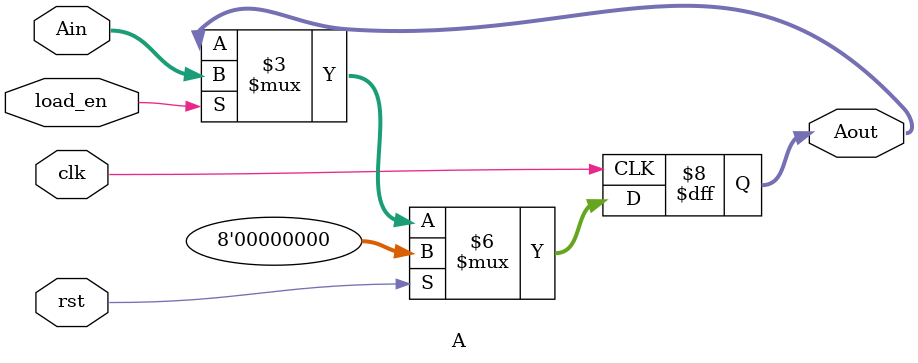
<source format=v>
module A #(parameter bit_width=8) (
         input clk, input rst,
         input [bit_width-1:0] Ain,
         input load_en, 
         output reg [bit_width-1:0] Aout);

    
    // initialized to 0
    initial begin
        Aout = 0;
    end  
    
    always@(posedge clk)
        if(rst)
            Aout <= 0;
        else if(load_en)
			Aout <= Ain;

endmodule

</source>
